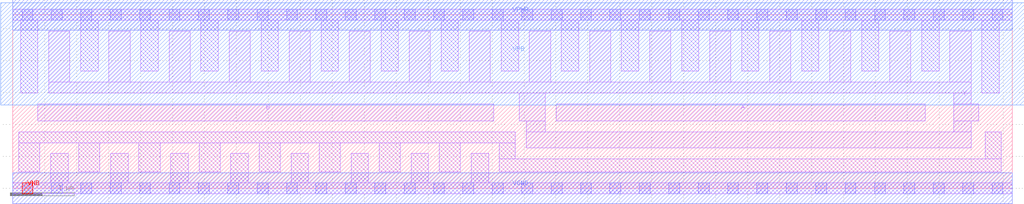
<source format=lef>
# Copyright 2020 The SkyWater PDK Authors
#
# Licensed under the Apache License, Version 2.0 (the "License");
# you may not use this file except in compliance with the License.
# You may obtain a copy of the License at
#
#     https://www.apache.org/licenses/LICENSE-2.0
#
# Unless required by applicable law or agreed to in writing, software
# distributed under the License is distributed on an "AS IS" BASIS,
# WITHOUT WARRANTIES OR CONDITIONS OF ANY KIND, either express or implied.
# See the License for the specific language governing permissions and
# limitations under the License.
#
# SPDX-License-Identifier: Apache-2.0

VERSION 5.7 ;
  NOWIREEXTENSIONATPIN ON ;
  DIVIDERCHAR "/" ;
  BUSBITCHARS "[]" ;
PROPERTYDEFINITIONS
  MACRO maskLayoutSubType STRING ;
  MACRO prCellType STRING ;
  MACRO originalViewName STRING ;
END PROPERTYDEFINITIONS
MACRO sky130_fd_sc_hdll__nand2_16
  CLASS CORE ;
  FOREIGN sky130_fd_sc_hdll__nand2_16 ;
  ORIGIN  0.000000  0.000000 ;
  SIZE  15.64000 BY  2.720000 ;
  SYMMETRY X Y R90 ;
  SITE unithd ;
  PIN A
    ANTENNAGATEAREA  4.440000 ;
    DIRECTION INPUT ;
    USE SIGNAL ;
    PORT
      LAYER li1 ;
        RECT 8.505000 1.055000 14.275000 1.325000 ;
    END
  END A
  PIN B
    ANTENNAGATEAREA  4.440000 ;
    DIRECTION INPUT ;
    USE SIGNAL ;
    PORT
      LAYER li1 ;
        RECT 0.395000 1.055000 7.525000 1.325000 ;
    END
  END B
  PIN VGND
    ANTENNADIFFAREA  1.924000 ;
    DIRECTION INOUT ;
    USE SIGNAL ;
    PORT
      LAYER met1 ;
        RECT 0.000000 -0.240000 15.640000 0.240000 ;
    END
  END VGND
  PIN VPWR
    ANTENNADIFFAREA  4.890000 ;
    DIRECTION INOUT ;
    USE SIGNAL ;
    PORT
      LAYER met1 ;
        RECT 0.000000 2.480000 15.640000 2.960000 ;
    END
  END VPWR
  PIN Y
    ANTENNADIFFAREA  6.499000 ;
    DIRECTION OUTPUT ;
    USE SIGNAL ;
    PORT
      LAYER li1 ;
        RECT  0.565000 1.495000 14.995000 1.665000 ;
        RECT  0.565000 1.665000  0.895000 2.465000 ;
        RECT  1.505000 1.665000  1.835000 2.465000 ;
        RECT  2.445000 1.665000  2.775000 2.465000 ;
        RECT  3.385000 1.665000  3.715000 2.465000 ;
        RECT  4.325000 1.665000  4.655000 2.465000 ;
        RECT  5.265000 1.665000  5.595000 2.465000 ;
        RECT  6.205000 1.665000  6.535000 2.465000 ;
        RECT  7.145000 1.665000  7.475000 2.465000 ;
        RECT  7.925000 1.055000  8.335000 1.495000 ;
        RECT  8.035000 0.635000 14.995000 0.885000 ;
        RECT  8.035000 0.885000  8.335000 1.055000 ;
        RECT  8.085000 1.665000  8.415000 2.465000 ;
        RECT  9.025000 1.665000  9.355000 2.465000 ;
        RECT  9.965000 1.665000 10.295000 2.465000 ;
        RECT 10.905000 1.665000 11.235000 2.465000 ;
        RECT 11.845000 1.665000 12.175000 2.465000 ;
        RECT 12.785000 1.665000 13.115000 2.465000 ;
        RECT 13.725000 1.665000 14.055000 2.465000 ;
        RECT 14.665000 1.665000 14.995000 2.465000 ;
        RECT 14.725000 0.885000 14.995000 1.055000 ;
        RECT 14.725000 1.055000 15.115000 1.325000 ;
        RECT 14.725000 1.325000 14.995000 1.495000 ;
    END
  END Y
  PIN VNB
    DIRECTION INOUT ;
    USE GROUND ;
    PORT
      LAYER pwell ;
        RECT 0.145000 -0.085000 0.315000 0.085000 ;
    END
  END VNB
  PIN VPB
    DIRECTION INOUT ;
    USE POWER ;
    PORT
      LAYER nwell ;
        RECT -0.190000 1.305000 15.830000 2.910000 ;
    END
  END VPB
  OBS
    LAYER li1 ;
      RECT  0.000000 -0.085000 15.640000 0.085000 ;
      RECT  0.000000  2.635000 15.640000 2.805000 ;
      RECT  0.095000  0.255000  0.425000 0.715000 ;
      RECT  0.095000  0.715000  7.865000 0.885000 ;
      RECT  0.125000  1.495000  0.395000 2.635000 ;
      RECT  0.595000  0.085000  0.865000 0.545000 ;
      RECT  1.035000  0.255000  1.365000 0.715000 ;
      RECT  1.065000  1.835000  1.335000 2.635000 ;
      RECT  1.535000  0.085000  1.805000 0.545000 ;
      RECT  1.975000  0.255000  2.305000 0.715000 ;
      RECT  2.005000  1.835000  2.275000 2.635000 ;
      RECT  2.475000  0.085000  2.745000 0.545000 ;
      RECT  2.915000  0.255000  3.245000 0.715000 ;
      RECT  2.945000  1.835000  3.215000 2.635000 ;
      RECT  3.415000  0.085000  3.685000 0.545000 ;
      RECT  3.855000  0.255000  4.185000 0.715000 ;
      RECT  3.885000  1.835000  4.155000 2.635000 ;
      RECT  4.355000  0.085000  4.625000 0.545000 ;
      RECT  4.795000  0.255000  5.125000 0.715000 ;
      RECT  4.825000  1.835000  5.095000 2.635000 ;
      RECT  5.295000  0.085000  5.565000 0.545000 ;
      RECT  5.735000  0.255000  6.065000 0.715000 ;
      RECT  5.765000  1.835000  6.035000 2.635000 ;
      RECT  6.235000  0.085000  6.505000 0.545000 ;
      RECT  6.675000  0.255000  7.005000 0.715000 ;
      RECT  6.705000  1.835000  6.975000 2.635000 ;
      RECT  7.175000  0.085000  7.445000 0.545000 ;
      RECT  7.615000  0.255000 15.465000 0.465000 ;
      RECT  7.615000  0.465000  7.865000 0.715000 ;
      RECT  7.645000  1.835000  7.915000 2.635000 ;
      RECT  8.585000  1.835000  8.855000 2.635000 ;
      RECT  9.525000  1.835000  9.795000 2.635000 ;
      RECT 10.465000  1.835000 10.735000 2.635000 ;
      RECT 11.405000  1.835000 11.675000 2.635000 ;
      RECT 12.345000  1.835000 12.615000 2.635000 ;
      RECT 13.285000  1.835000 13.555000 2.635000 ;
      RECT 14.225000  1.835000 14.495000 2.635000 ;
      RECT 15.165000  1.495000 15.435000 2.635000 ;
      RECT 15.215000  0.465000 15.465000 0.885000 ;
    LAYER mcon ;
      RECT  0.145000 -0.085000  0.315000 0.085000 ;
      RECT  0.145000  2.635000  0.315000 2.805000 ;
      RECT  0.605000 -0.085000  0.775000 0.085000 ;
      RECT  0.605000  2.635000  0.775000 2.805000 ;
      RECT  1.065000 -0.085000  1.235000 0.085000 ;
      RECT  1.065000  2.635000  1.235000 2.805000 ;
      RECT  1.525000 -0.085000  1.695000 0.085000 ;
      RECT  1.525000  2.635000  1.695000 2.805000 ;
      RECT  1.985000 -0.085000  2.155000 0.085000 ;
      RECT  1.985000  2.635000  2.155000 2.805000 ;
      RECT  2.445000 -0.085000  2.615000 0.085000 ;
      RECT  2.445000  2.635000  2.615000 2.805000 ;
      RECT  2.905000 -0.085000  3.075000 0.085000 ;
      RECT  2.905000  2.635000  3.075000 2.805000 ;
      RECT  3.365000 -0.085000  3.535000 0.085000 ;
      RECT  3.365000  2.635000  3.535000 2.805000 ;
      RECT  3.825000 -0.085000  3.995000 0.085000 ;
      RECT  3.825000  2.635000  3.995000 2.805000 ;
      RECT  4.285000 -0.085000  4.455000 0.085000 ;
      RECT  4.285000  2.635000  4.455000 2.805000 ;
      RECT  4.745000 -0.085000  4.915000 0.085000 ;
      RECT  4.745000  2.635000  4.915000 2.805000 ;
      RECT  5.205000 -0.085000  5.375000 0.085000 ;
      RECT  5.205000  2.635000  5.375000 2.805000 ;
      RECT  5.665000 -0.085000  5.835000 0.085000 ;
      RECT  5.665000  2.635000  5.835000 2.805000 ;
      RECT  6.125000 -0.085000  6.295000 0.085000 ;
      RECT  6.125000  2.635000  6.295000 2.805000 ;
      RECT  6.585000 -0.085000  6.755000 0.085000 ;
      RECT  6.585000  2.635000  6.755000 2.805000 ;
      RECT  7.045000 -0.085000  7.215000 0.085000 ;
      RECT  7.045000  2.635000  7.215000 2.805000 ;
      RECT  7.505000 -0.085000  7.675000 0.085000 ;
      RECT  7.505000  2.635000  7.675000 2.805000 ;
      RECT  7.965000 -0.085000  8.135000 0.085000 ;
      RECT  7.965000  2.635000  8.135000 2.805000 ;
      RECT  8.425000 -0.085000  8.595000 0.085000 ;
      RECT  8.425000  2.635000  8.595000 2.805000 ;
      RECT  8.885000 -0.085000  9.055000 0.085000 ;
      RECT  8.885000  2.635000  9.055000 2.805000 ;
      RECT  9.345000 -0.085000  9.515000 0.085000 ;
      RECT  9.345000  2.635000  9.515000 2.805000 ;
      RECT  9.805000 -0.085000  9.975000 0.085000 ;
      RECT  9.805000  2.635000  9.975000 2.805000 ;
      RECT 10.265000 -0.085000 10.435000 0.085000 ;
      RECT 10.265000  2.635000 10.435000 2.805000 ;
      RECT 10.725000 -0.085000 10.895000 0.085000 ;
      RECT 10.725000  2.635000 10.895000 2.805000 ;
      RECT 11.185000 -0.085000 11.355000 0.085000 ;
      RECT 11.185000  2.635000 11.355000 2.805000 ;
      RECT 11.645000 -0.085000 11.815000 0.085000 ;
      RECT 11.645000  2.635000 11.815000 2.805000 ;
      RECT 12.105000 -0.085000 12.275000 0.085000 ;
      RECT 12.105000  2.635000 12.275000 2.805000 ;
      RECT 12.565000 -0.085000 12.735000 0.085000 ;
      RECT 12.565000  2.635000 12.735000 2.805000 ;
      RECT 13.025000 -0.085000 13.195000 0.085000 ;
      RECT 13.025000  2.635000 13.195000 2.805000 ;
      RECT 13.485000 -0.085000 13.655000 0.085000 ;
      RECT 13.485000  2.635000 13.655000 2.805000 ;
      RECT 13.945000 -0.085000 14.115000 0.085000 ;
      RECT 13.945000  2.635000 14.115000 2.805000 ;
      RECT 14.405000 -0.085000 14.575000 0.085000 ;
      RECT 14.405000  2.635000 14.575000 2.805000 ;
      RECT 14.865000 -0.085000 15.035000 0.085000 ;
      RECT 14.865000  2.635000 15.035000 2.805000 ;
      RECT 15.325000 -0.085000 15.495000 0.085000 ;
      RECT 15.325000  2.635000 15.495000 2.805000 ;
  END
  PROPERTY maskLayoutSubType "abstract" ;
  PROPERTY prCellType "standard" ;
  PROPERTY originalViewName "layout" ;
END sky130_fd_sc_hdll__nand2_16
END LIBRARY

</source>
